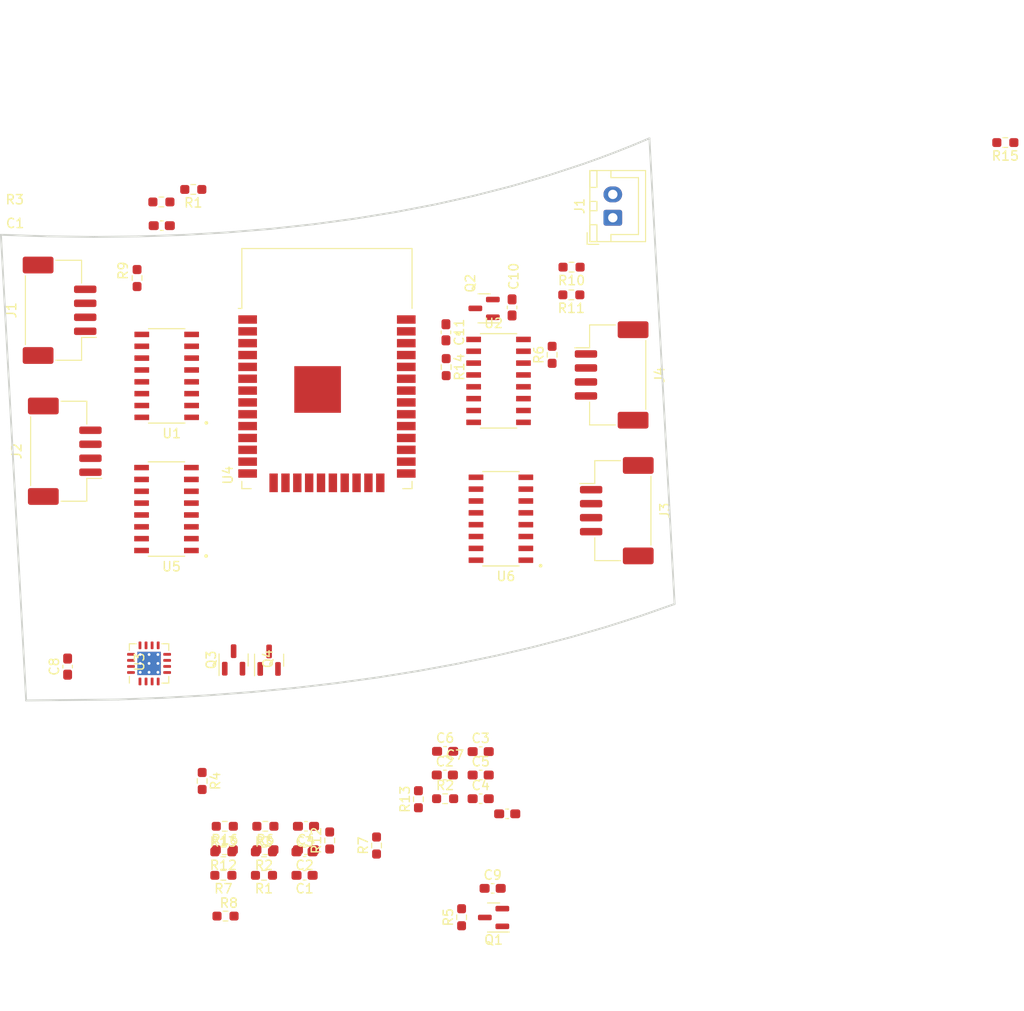
<source format=kicad_pcb>
(kicad_pcb (version 20221018) (generator pcbnew)
  (layers (0 "F.Cu" signal) (31 "B.Cu" signal) (34 "B.Paste" user) (35 "F.Paste" user) (36 "B.SilkS" user "B.Silkscreen") (37 "F.SilkS" user "F.Silkscreen") (38 "B.Mask" user) (39 "F.Mask" user) (44 "Edge.Cuts" user))
  (net 0 "")
  (net 1 "Net-(C1-Pad1)")
  (net 2 "Net-(C1-Pad2)")
  (net 3 "Net-(C3-Pad2)")
  (net 4 "BAT")
  (net 5 "Net-(C4-Pad2)")
  (net 6 "Net-(C6-Pad1)")
  (net 10 "Net-(C2-Pad1)")
  (net 11 "Net-(C3-Pad1)")
  (net 12 "/BASE")
  (net 13 "GND")
  (net 14 "/BASE1")
  (net 15 "/VSUP")
  (net 16 "Net-(J3-Pad4)")
  (net 17 "Net-(J3-Pad3)")
  (net 18 "/VFB")
  (net 19 "Net-(U5-VBG)")
  (net 20 "Net-(Q3-C)")
  (net 21 "Net-(J5-Pad4)")
  (net 22 "Net-(R12-Pad2)")
  (net 23 "Net-(R13-Pad1)")
  (net 24 "Net-(J5-Pad3)")
  (net 25 "/VFB1")
  (net 26 "/SCK")
  (net 27 "/Dout")
  (net 28 "/Dout1")
  (net 29 "Net-(U6-VBG)")
  (net 30 "Net-(Q4-C)")
  (net 31 "Net-(U1-VBG)")
  (net 32 "Net-(Q1-C)")
  (net 33 "Net-(R6-Pad2)")
  (net 34 "Net-(R7-Pad1)")
  (net 35 "Net-(U2-VBG)")
  (net 36 "Net-(Q2-C)")
  (net 37 "Net-(J1-Pin_3)")
  (net 38 "Net-(U5-INA-)")
  (net 39 "Net-(J1-Pin_4)")
  (net 40 "Net-(U5-INA+)")
  (net 41 "Net-(U1-INA-)")
  (net 42 "Net-(J2-Pin_3)")
  (net 43 "Net-(U1-INA+)")
  (net 44 "Net-(J2-Pin_4)")
  (net 45 "Net-(J3-Pin_3)")
  (net 46 "Net-(U6-INA-)")
  (net 47 "Net-(U2-INA-)")
  (net 48 "Net-(J4-Pin_3)")
  (net 49 "Net-(U2-INA+)")
  (net 50 "Net-(J4-Pin_4)")
  (net 51 "Net-(J3-Pin_4)")
  (net 52 "Net-(U6-INA+)")
  (net 65 "Net-(U3-RTRICK)")
  (net 70 "Net-(U4-GND-Pad1)")
  (net 112 "/E+")
  (footprint "Resistor_SMD:R_0603_1608Metric_Pad0.98x0.95mm_HandSolder" (layer "F.Cu") (at 193.3025 114.3552 180)
    (fp_text reference "R2" (at 0 -1.43) (layer "F.SilkS"))
    (fp_text value "R_US")
    (pad "1" smd roundrect (at -0.9125 0 180) (size 0.975 0.95) (layers "F.Cu" "F.Paste" "F.Mask") (net 39 "Net-(J1-Pin_4)"))
    (pad "2" smd roundrect (at 0.9125 0 180) (size 0.975 0.95) (layers "F.Cu" "F.Paste" "F.Mask") (net 40 "Net-(U5-INA+)"))
  )
  (footprint "Package_TO_SOT_SMD:SOT-23" (layer "F.Cu") (at 216.8906 56.0832 180)
    (fp_text reference "Q2" (at 1.4732 2.6924 90) (layer "F.SilkS"))
    (fp_text value "BC860")
    (pad "1" smd roundrect (at -0.9375 -0.95 180) (size 1.475 0.6) (layers "F.Cu" "F.Paste" "F.Mask") (net 14 "/BASE1"))
    (pad "2" smd roundrect (at -0.9375 0.95 180) (size 1.475 0.6) (layers "F.Cu" "F.Paste" "F.Mask") (net 15 "/VSUP"))
    (pad "3" smd roundrect (at 0.9375 0 180) (size 1.475 0.6) (layers "F.Cu" "F.Paste" "F.Mask") (net 36 "Net-(Q2-C)"))
  )
  (footprint "Capacitor_SMD:C_0603_1608Metric_Pad1.08x0.95mm_HandSolder" (layer "F.Cu") (at 216.5236 103.602)
    (fp_text reference "C3" (at 0 -1.43) (layer "F.SilkS"))
    (fp_text value "C_Small")
    (pad "1" smd roundrect (at -0.8625 0) (size 1.075 0.95) (layers "F.Cu" "F.Paste" "F.Mask") (net 11 "Net-(C3-Pad1)"))
    (pad "2" smd roundrect (at 0.8625 0) (size 1.075 0.95) (layers "F.Cu" "F.Paste" "F.Mask") (net 3 "Net-(C3-Pad2)"))
  )
  (footprint "Resistor_SMD:R_0603_1608Metric_Pad0.98x0.95mm_HandSolder" (layer "F.Cu") (at 226.2378 54.6354 180)
    (fp_text reference "R11" (at 0 -1.43) (layer "F.SilkS"))
    (fp_text value "R_US")
    (pad "1" smd roundrect (at -0.9125 0 180) (size 0.975 0.95) (layers "F.Cu" "F.Paste" "F.Mask") (net 50 "Net-(J4-Pin_4)"))
    (pad "2" smd roundrect (at 0.9125 0 180) (size 0.975 0.95) (layers "F.Cu" "F.Paste" "F.Mask") (net 49 "Net-(U2-INA+)"))
  )
  (footprint "Capacitor_SMD:C_0603_1608Metric_Pad1.08x0.95mm_HandSolder" (layer "F.Cu") (at 219.8878 55.9816 90)
    (fp_text reference "C10" (at 3.3274 0.1778 90) (layer "F.SilkS"))
    (fp_text value "C_Small")
    (pad "1" smd roundrect (at -0.8625 0 90) (size 1.075 0.95) (layers "F.Cu" "F.Paste" "F.Mask") (net 14 "/BASE1"))
    (pad "2" smd roundrect (at 0.8625 0 90) (size 1.075 0.95) (layers "F.Cu" "F.Paste" "F.Mask") (net 35 "Net-(U2-VBG)"))
  )
  (footprint "Resistor_SMD:R_0603_1608Metric_Pad0.98x0.95mm_HandSolder" (layer "F.Cu") (at 212.7136 108.652)
    (fp_text reference "R2" (at 0 -1.43) (layer "F.SilkS"))
    (fp_text value "R_US")
    (pad "1" smd roundrect (at -0.9125 0) (size 0.975 0.95) (layers "F.Cu" "F.Paste" "F.Mask"))
    (pad "2" smd roundrect (at 0.9125 0) (size 0.975 0.95) (layers "F.Cu" "F.Paste" "F.Mask"))
  )
  (footprint "Resistor_SMD:R_0603_1608Metric_Pad0.98x0.95mm_HandSolder" (layer "F.Cu") (at 179.705 52.832 -90)
    (fp_text reference "R9" (at -0.7874 1.4986 90) (layer "F.SilkS"))
    (fp_text value "R_US")
    (pad "1" smd roundrect (at -0.9125 0 270) (size 0.975 0.95) (layers "F.Cu" "F.Paste" "F.Mask") (net 18 "/VFB"))
    (pad "2" smd roundrect (at 0.9125 0 270) (size 0.975 0.95) (layers "F.Cu" "F.Paste" "F.Mask") (net 13 "GND"))
  )
  (footprint "Resistor_SMD:R_0603_1608Metric_Pad0.98x0.95mm_HandSolder" (layer "F.Cu") (at 189.1049 111.6076 180)
    (fp_text reference "R16" (at 0 -1.43) (layer "F.SilkS"))
    (fp_text value "R_US")
    (pad "1" smd roundrect (at -0.9125 0 180) (size 0.975 0.95) (layers "F.Cu" "F.Paste" "F.Mask") (net 18 "/VFB"))
    (pad "2" smd roundrect (at 0.9125 0 180) (size 0.975 0.95) (layers "F.Cu" "F.Paste" "F.Mask") (net 13 "GND"))
  )
  (footprint "Resistor_SMD:R_0603_1608Metric_Pad0.98x0.95mm_HandSolder" (layer "F.Cu") (at 189.183 121.2342)
    (fp_text reference "R8" (at 0.3556 -1.397) (layer "F.SilkS"))
    (fp_text value "R_US")
    (pad "1" smd roundrect (at -0.9125 0) (size 0.975 0.95) (layers "F.Cu" "F.Paste" "F.Mask") (net 32 "Net-(Q1-C)"))
    (pad "2" smd roundrect (at 0.9125 0) (size 0.975 0.95) (layers "F.Cu" "F.Paste" "F.Mask") (net 18 "/VFB"))
  )
  (footprint "Connector_JST:JST_ZE_BM04B-ZESS-TBT_1x04-1MP_P1.50mm_Vertical" (layer "F.Cu") (at 171.958 71.3994 90)
    (fp_text reference "J2" (at 0 -5.15 90) (layer "F.SilkS"))
    (fp_text value "Conn_01x04")
    (pad "1" smd roundrect (at -2.25 2.75 90) (size 0.8 2.4) (layers "F.Cu" "F.Paste" "F.Mask") (net 13 "GND"))
    (pad "2" smd roundrect (at -0.75 2.75 90) (size 0.8 2.4) (layers "F.Cu" "F.Paste" "F.Mask") (net 112 "/E+"))
    (pad "3" smd roundrect (at 0.75 2.75 90) (size 0.8 2.4) (layers "F.Cu" "F.Paste" "F.Mask") (net 42 "Net-(J2-Pin_3)"))
    (pad "4" smd roundrect (at 2.25 2.75 90) (size 0.8 2.4) (layers "F.Cu" "F.Paste" "F.Mask") (net 44 "Net-(J2-Pin_4)"))
    (pad "MP" smd roundrect (at -4.85 -2.3 90) (size 1.8 3.3) (layers "F.Cu" "F.Paste" "F.Mask") (roundrect_rratio 0.138889))
    (pad "MP" smd roundrect (at 4.85 -2.3 90) (size 1.8 3.3) (layers "F.Cu" "F.Paste" "F.Mask") (roundrect_rratio 0.138889))
  )
  (footprint "Capacitor_SMD:C_0603_1608Metric_Pad1.08x0.95mm_HandSolder" (layer "F.Cu") (at 182.3501 47.2148 180)
    (fp_text reference "C1" (at 15.713376 0.2502) (layer "F.SilkS"))
    (fp_text value "C_Small")
    (pad "1" smd roundrect (at -0.8625 0 180) (size 1.075 0.95) (layers "F.Cu" "F.Paste" "F.Mask") (net 1 "Net-(C1-Pad1)"))
    (pad "2" smd roundrect (at 0.8625 0 180) (size 1.075 0.95) (layers "F.Cu" "F.Paste" "F.Mask") (net 2 "Net-(C1-Pad2)"))
  )
  (footprint "Package_TO_SOT_SMD:SOT-23" (layer "F.Cu") (at 190.0496 93.7745 90)
    (fp_text reference "Q3" (at 0 -2.4 90) (layer "F.SilkS"))
    (fp_text value "BC860")
    (pad "1" smd roundrect (at -0.9375 -0.95 90) (size 1.475 0.6) (layers "F.Cu" "F.Paste" "F.Mask") (net 12 "/BASE"))
    (pad "2" smd roundrect (at -0.9375 0.95 90) (size 1.475 0.6) (layers "F.Cu" "F.Paste" "F.Mask") (net 15 "/VSUP"))
    (pad "3" smd roundrect (at 0.9375 0 90) (size 1.475 0.6) (layers "F.Cu" "F.Paste" "F.Mask") (net 20 "Net-(Q3-C)"))
  )
  (footprint "Capacitor_SMD:C_0603_1608Metric_Pad1.08x0.95mm_HandSolder" (layer "F.Cu") (at 219.3676 110.273)
    (fp_text reference "C7" (at -5.604666 -6.304087) (layer "F.SilkS"))
    (fp_text value "C_Small")
    (pad "1" smd roundrect (at -0.8625 0) (size 1.075 0.95) (layers "F.Cu" "F.Paste" "F.Mask") (net 11 "Net-(C3-Pad1)"))
    (pad "2" smd roundrect (at 0.8625 0) (size 1.075 0.95) (layers "F.Cu" "F.Paste" "F.Mask") (net 3 "Net-(C3-Pad2)"))
  )
  (footprint "Capacitor_SMD:C_0603_1608Metric_Pad1.08x0.95mm_HandSolder" (layer "F.Cu") (at 197.6525 114.3552 180)
    (fp_text reference "C2" (at 0 -1.43) (layer "F.SilkS"))
    (fp_text value "C_Small")
    (pad "1" smd roundrect (at -0.8625 0 180) (size 1.075 0.95) (layers "F.Cu" "F.Paste" "F.Mask") (net 20 "Net-(Q3-C)"))
    (pad "2" smd roundrect (at 0.8625 0 180) (size 1.075 0.95) (layers "F.Cu" "F.Paste" "F.Mask") (net 13 "GND"))
  )
  (footprint "Connector_JST:JST_ZE_BM04B-ZESS-TBT_1x04-1MP_P1.50mm_Vertical" (layer "F.Cu") (at 171.3992 56.2864 90)
    (fp_text reference "J1" (at 0 -5.15 90) (layer "F.SilkS"))
    (fp_text value "Conn_01x04")
    (pad "1" smd roundrect (at -2.25 2.75 90) (size 0.8 2.4) (layers "F.Cu" "F.Paste" "F.Mask") (net 13 "GND"))
    (pad "2" smd roundrect (at -0.75 2.75 90) (size 0.8 2.4) (layers "F.Cu" "F.Paste" "F.Mask") (net 112 "/E+"))
    (pad "3" smd roundrect (at 0.75 2.75 90) (size 0.8 2.4) (layers "F.Cu" "F.Paste" "F.Mask") (net 37 "Net-(J1-Pin_3)"))
    (pad "4" smd roundrect (at 2.25 2.75 90) (size 0.8 2.4) (layers "F.Cu" "F.Paste" "F.Mask") (net 39 "Net-(J1-Pin_4)"))
    (pad "MP" smd roundrect (at -4.85 -2.3 90) (size 1.8 3.3) (layers "F.Cu" "F.Paste" "F.Mask") (roundrect_rratio 0.138889))
    (pad "MP" smd roundrect (at 4.85 -2.3 90) (size 1.8 3.3) (layers "F.Cu" "F.Paste" "F.Mask") (roundrect_rratio 0.138889))
  )
  (footprint "HX711:SOP127P600X180-16N" (layer "F.Cu") (at 182.88 63.3222 180)
    (fp_text reference "U1" (at -0.535 -6.172) (layer "F.SilkS"))
    (fp_text value "HX711")
    (pad "1" smd roundrect (at -2.67 -4.445 180) (size 1.58 0.59) (layers "F.Cu" "F.Paste" "F.Mask") (roundrect_rratio 0.07) (net 15 "/VSUP"))
    (pad "2" smd roundrect (at -2.67 -3.175 180) (size 1.58 0.59) (layers "F.Cu" "F.Paste" "F.Mask") (roundrect_rratio 0.07) (net 12 "/BASE"))
    (pad "3" smd roundrect (at -2.67 -1.905 180) (size 1.58 0.59) (layers "F.Cu" "F.Paste" "F.Mask") (roundrect_rratio 0.07) (net 32 "Net-(Q1-C)"))
    (pad "4" smd roundrect (at -2.67 -0.635 180) (size 1.58 0.59) (layers "F.Cu" "F.Paste" "F.Mask") (roundrect_rratio 0.07) (net 18 "/VFB"))
    (pad "5" smd roundrect (at -2.67 0.635 180) (size 1.58 0.59) (layers "F.Cu" "F.Paste" "F.Mask") (roundrect_rratio 0.07) (net 13 "GND"))
    (pad "6" smd roundrect (at -2.67 1.905 180) (size 1.58 0.59) (layers "F.Cu" "F.Paste" "F.Mask") (roundrect_rratio 0.07) (net 31 "Net-(U1-VBG)"))
    (pad "7" smd roundrect (at -2.67 3.175 180) (size 1.58 0.59) (layers "F.Cu" "F.Paste" "F.Mask") (roundrect_rratio 0.07) (net 41 "Net-(U1-INA-)"))
    (pad "8" smd roundrect (at -2.67 4.445 180) (size 1.58 0.59) (layers "F.Cu" "F.Paste" "F.Mask") (roundrect_rratio 0.07) (net 43 "Net-(U1-INA+)"))
    (pad "9" smd roundrect (at 2.67 4.445 180) (size 1.58 0.59) (layers "F.Cu" "F.Paste" "F.Mask") (roundrect_rratio 0.07))
    (pad "10" smd roundrect (at 2.67 3.175 180) (size 1.58 0.59) (layers "F.Cu" "F.Paste" "F.Mask") (roundrect_rratio 0.07))
    (pad "11" smd roundrect (at 2.67 1.905 180) (size 1.58 0.59) (layers "F.Cu" "F.Paste" "F.Mask") (roundrect_rratio 0.07) (net 26 "/SCK"))
    (pad "12" smd roundrect (at 2.67 0.635 180) (size 1.58 0.59) (layers "F.Cu" "F.Paste" "F.Mask") (roundrect_rratio 0.07) (net 27 "/Dout"))
    (pad "13" smd roundrect (at 2.67 -0.635 180) (size 1.58 0.59) (layers "F.Cu" "F.Paste" "F.Mask") (roundrect_rratio 0.07))
    (pad "14" smd roundrect (at 2.67 -1.905 180) (size 1.58 0.59) (layers "F.Cu" "F.Paste" "F.Mask") (roundrect_rratio 0.07) (net 13 "GND"))
    (pad "15" smd roundrect (at 2.67 -3.175 180) (size 1.58 0.59) (layers "F.Cu" "F.Paste" "F.Mask") (roundrect_rratio 0.07) (net 13 "GND"))
    (pad "16" smd roundrect (at 2.67 -4.445 180) (size 1.58 0.59) (layers "F.Cu" "F.Paste" "F.Mask") (roundrect_rratio 0.07) (net 15 "/VSUP"))
  )
  (footprint "Capacitor_SMD:C_0603_1608Metric_Pad1.08x0.95mm_HandSolder" (layer "F.Cu") (at 212.8012 58.6486 -90)
    (fp_text reference "C11" (at 0 -1.43 90) (layer "F.SilkS"))
    (fp_text value "C_Small")
    (pad "1" smd roundrect (at -0.8625 0 270) (size 1.075 0.95) (layers "F.Cu" "F.Paste" "F.Mask") (net 36 "Net-(Q2-C)"))
    (pad "2" smd roundrect (at 0.8625 0 270) (size 1.075 0.95) (layers "F.Cu" "F.Paste" "F.Mask") (net 13 "GND"))
  )
  (footprint "Resistor_SMD:R_0603_1608Metric_Pad0.98x0.95mm_HandSolder" (layer "F.Cu") (at 188.9525 116.8652 180)
    (fp_text reference "R7" (at 0 -1.43) (layer "F.SilkS"))
    (fp_text value "R_US")
    (pad "1" smd roundrect (at -0.9125 0 180) (size 0.975 0.95) (layers "F.Cu" "F.Paste" "F.Mask") (net 45 "Net-(J3-Pin_3)"))
    (pad "2" smd roundrect (at 0.9125 0 180) (size 0.975 0.95) (layers "F.Cu" "F.Paste" "F.Mask") (net 46 "Net-(U6-INA-)"))
  )
  (footprint "Resistor_SMD:R_0603_1608Metric_Pad0.98x0.95mm_HandSolder" (layer "F.Cu") (at 193.3025 116.8652 180)
    (fp_text reference "R1" (at 0 -1.43) (layer "F.SilkS"))
    (fp_text value "R_US")
    (pad "1" smd roundrect (at -0.9125 0 180) (size 0.975 0.95) (layers "F.Cu" "F.Paste" "F.Mask") (net 37 "Net-(J1-Pin_3)"))
    (pad "2" smd roundrect (at 0.9125 0 180) (size 0.975 0.95) (layers "F.Cu" "F.Paste" "F.Mask") (net 38 "Net-(U5-INA-)"))
  )
  (footprint "HX711:SOP127P600X180-16N" (layer "F.Cu") (at 218.44 63.8556)
    (fp_text reference "U2" (at -0.535 -6.172) (layer "F.SilkS"))
    (fp_text value "HX711")
    (pad "1" smd roundrect (at -2.67 -4.445) (size 1.58 0.59) (layers "F.Cu" "F.Paste" "F.Mask") (roundrect_rratio 0.07) (net 15 "/VSUP"))
    (pad "2" smd roundrect (at -2.67 -3.175) (size 1.58 0.59) (layers "F.Cu" "F.Paste" "F.Mask") (roundrect_rratio 0.07) (net 14 "/BASE1"))
    (pad "3" smd roundrect (at -2.67 -1.905) (size 1.58 0.59) (layers "F.Cu" "F.Paste" "F.Mask") (roundrect_rratio 0.07) (net 36 "Net-(Q2-C)"))
    (pad "4" smd roundrect (at -2.67 -0.635) (size 1.58 0.59) (layers "F.Cu" "F.Paste" "F.Mask") (roundrect_rratio 0.07) (net 25 "/VFB1"))
    (pad "5" smd roundrect (at -2.67 0.635) (size 1.58 0.59) (layers "F.Cu" "F.Paste" "F.Mask") (roundrect_rratio 0.07) (net 13 "GND"))
    (pad "6" smd roundrect (at -2.67 1.905) (size 1.58 0.59) (layers "F.Cu" "F.Paste" "F.Mask") (roundrect_rratio 0.07) (net 35 "Net-(U2-VBG)"))
    (pad "7" smd roundrect (at -2.67 3.175) (size 1.58 0.59) (layers "F.Cu" "F.Paste" "F.Mask") (roundrect_rratio 0.07) (net 47 "Net-(U2-INA-)"))
    (pad "8" smd roundrect (at -2.67 4.445) (size 1.58 0.59) (layers "F.Cu" "F.Paste" "F.Mask") (roundrect_rratio 0.07) (net 49 "Net-(U2-INA+)"))
    (pad "9" smd roundrect (at 2.67 4.445) (size 1.58 0.59) (layers "F.Cu" "F.Paste" "F.Mask") (roundrect_rratio 0.07))
    (pad "10" smd roundrect (at 2.67 3.175) (size 1.58 0.59) (layers "F.Cu" "F.Paste" "F.Mask") (roundrect_rratio 0.07))
    (pad "11" smd roundrect (at 2.67 1.905) (size 1.58 0.59) (layers "F.Cu" "F.Paste" "F.Mask") (roundrect_rratio 0.07) (net 26 "/SCK"))
    (pad "12" smd roundrect (at 2.67 0.635) (size 1.58 0.59) (layers "F.Cu" "F.Paste" "F.Mask") (roundrect_rratio 0.07) (net 28 "/Dout1"))
    (pad "13" smd roundrect (at 2.67 -0.635) (size 1.58 0.59) (layers "F.Cu" "F.Paste" "F.Mask") (roundrect_rratio 0.07))
    (pad "14" smd roundrect (at 2.67 -1.905) (size 1.58 0.59) (layers "F.Cu" "F.Paste" "F.Mask") (roundrect_rratio 0.07) (net 13 "GND"))
    (pad "15" smd roundrect (at 2.67 -3.175) (size 1.58 0.59) (layers "F.Cu" "F.Paste" "F.Mask") (roundrect_rratio 0.07) (net 13 "GND"))
    (pad "16" smd roundrect (at 2.67 -4.445) (size 1.58 0.59) (layers "F.Cu" "F.Paste" "F.Mask") (roundrect_rratio 0.07) (net 15 "/VSUP"))
  )
  (footprint "Resistor_SMD:R_0603_1608Metric_Pad0.98x0.95mm_HandSolder" (layer "F.Cu") (at 186.6797 106.7516 -90)
    (fp_text reference "R4" (at 0 -1.43 90) (layer "F.SilkS"))
    (fp_text value "R_US")
    (pad "1" smd roundrect (at -0.9125 0 270) (size 0.975 0.95) (layers "F.Cu" "F.Paste" "F.Mask") (net 42 "Net-(J2-Pin_3)"))
    (pad "2" smd roundrect (at 0.9125 0 270) (size 0.975 0.95) (layers "F.Cu" "F.Paste" "F.Mask") (net 41 "Net-(U1-INA-)"))
  )
  (footprint "Connector_JST:JST_XH_B2B-XH-A_1x02_P2.50mm_Vertical" (layer "F.Cu") (at 230.6828 46.3658 90)
    (fp_text reference "J1" (at 1.25 -3.55 90) (layer "F.SilkS"))
    (fp_text value "Conn_01x02")
    (pad "1" thru_hole roundrect (at 0 0 90) (size 1.7 2) (drill 1) (layers "*.Cu" "*.Mask") (roundrect_rratio 0.147059))
    (pad "2" thru_hole oval (at 2.5 0 90) (size 1.7 2) (drill 1) (layers "*.Cu" "*.Mask") (net 10 "Net-(C2-Pad1)"))
  )
  (footprint "Capacitor_SMD:C_0603_1608Metric_Pad1.08x0.95mm_HandSolder" (layer "F.Cu") (at 212.7136 103.572)
    (fp_text reference "C6" (at 0 -1.43) (layer "F.SilkS"))
    (fp_text value "C_Small")
    (pad "1" smd roundrect (at -0.8625 0) (size 1.075 0.95) (layers "F.Cu" "F.Paste" "F.Mask") (net 6 "Net-(C6-Pad1)"))
    (pad "2" smd roundrect (at 0.8625 0) (size 1.075 0.95) (layers "F.Cu" "F.Paste" "F.Mask") (net 5 "Net-(C4-Pad2)"))
  )
  (footprint "Resistor_SMD:R_0603_1608Metric_Pad0.98x0.95mm_HandSolder" (layer "F.Cu") (at 226.2632 51.6636 180)
    (fp_text reference "R10" (at 0 -1.43) (layer "F.SilkS"))
    (fp_text value "R_US")
    (pad "1" smd roundrect (at -0.9125 0 180) (size 0.975 0.95) (layers "F.Cu" "F.Paste" "F.Mask") (net 48 "Net-(J4-Pin_3)"))
    (pad "2" smd roundrect (at 0.9125 0 180) (size 0.975 0.95) (layers "F.Cu" "F.Paste" "F.Mask") (net 47 "Net-(U2-INA-)"))
  )
  (footprint "Resistor_SMD:R_0603_1608Metric_Pad0.98x0.95mm_HandSolder" (layer "F.Cu") (at 182.311976 44.6748 180)
    (fp_text reference "R3" (at 15.713376 0.2502) (layer "F.SilkS"))
    (fp_text value "R_US")
    (pad "1" smd roundrect (at -0.9125 0 180) (size 0.975 0.95) (layers "F.Cu" "F.Paste" "F.Mask") (net 4 "BAT"))
    (pad "2" smd roundrect (at 0.9125 0 180) (size 0.975 0.95) (layers "F.Cu" "F.Paste" "F.Mask") (net 6 "Net-(C6-Pad1)"))
  )
  (footprint "Resistor_SMD:R_0603_1608Metric_Pad0.98x0.95mm_HandSolder" (layer "F.Cu") (at 200.345656 113.129705 90)
    (fp_text reference "R12" (at 0 -1.43 90) (layer "F.SilkS"))
    (fp_text value "R_US")
    (pad "1" smd roundrect (at -0.9125 0 90) (size 0.975 0.95) (layers "F.Cu" "F.Paste" "F.Mask") (net 21 "Net-(J5-Pad4)"))
    (pad "2" smd roundrect (at 0.9125 0 90) (size 0.975 0.95) (layers "F.Cu" "F.Paste" "F.Mask") (net 22 "Net-(R12-Pad2)"))
  )
  (footprint "Resistor_SMD:R_0603_1608Metric_Pad0.98x0.95mm_HandSolder" (layer "F.Cu") (at 193.4549 111.6076 180)
    (fp_text reference "R6" (at 0 -1.43) (layer "F.SilkS"))
    (fp_text value "R_US")
    (pad "1" smd roundrect (at -0.9125 0 180) (size 0.975 0.95) (layers "F.Cu" "F.Paste" "F.Mask") (net 18 "/VFB"))
    (pad "2" smd roundrect (at 0.9125 0 180) (size 0.975 0.95) (layers "F.Cu" "F.Paste" "F.Mask") (net 13 "GND"))
  )
  (footprint "Connector_JST:JST_ZE_BM04B-ZESS-TBT_1x04-1MP_P1.50mm_Vertical" (layer "F.Cu") (at 231.109449 77.772339 -90)
    (fp_text reference "J3" (at 0 -5.15 90) (layer "F.SilkS"))
    (fp_text value "Conn_01x04")
    (pad "1" smd roundrect (at -2.25 2.75 270) (size 0.8 2.4) (layers "F.Cu" "F.Paste" "F.Mask") (net 13 "GND"))
    (pad "2" smd roundrect (at -0.75 2.75 270) (size 0.8 2.4) (layers "F.Cu" "F.Paste" "F.Mask") (net 112 "/E+"))
    (pad "3" smd roundrect (at 0.75 2.75 270) (size 0.8 2.4) (layers "F.Cu" "F.Paste" "F.Mask") (net 45 "Net-(J3-Pin_3)"))
    (pad "4" smd roundrect (at 2.25 2.75 270) (size 0.8 2.4) (layers "F.Cu" "F.Paste" "F.Mask") (net 51 "Net-(J3-Pin_4)"))
    (pad "MP" smd roundrect (at -4.85 -2.3 270) (size 1.8 3.3) (layers "F.Cu" "F.Paste" "F.Mask") (roundrect_rratio 0.138889))
    (pad "MP" smd roundrect (at 4.85 -2.3 270) (size 1.8 3.3) (layers "F.Cu" "F.Paste" "F.Mask") (roundrect_rratio 0.138889))
  )
  (footprint "Resistor_SMD:R_0603_1608Metric_Pad0.98x0.95mm_HandSolder" (layer "F.Cu") (at 189.1049 114.1176 180)
    (fp_text reference "R13" (at 0.1524 0.8424) (layer "F.SilkS"))
    (fp_text value "R_US")
    (pad "1" smd roundrect (at -0.9125 0 180) (size 0.975 0.95) (layers "F.Cu" "F.Paste" "F.Mask") (net 30 "Net-(Q4-C)"))
    (pad "2" smd roundrect (at 0.9125 0 180) (size 0.975 0.95) (layers "F.Cu" "F.Paste" "F.Mask") (net 18 "/VFB"))
  )
  (footprint "Capacitor_SMD:C_0603_1608Metric_Pad1.08x0.95mm_HandSolder" (layer "F.Cu") (at 197.8049 114.1176 180)
    (fp_text reference "C3" (at 0.1524 0.8424) (layer "F.SilkS"))
    (fp_text value "C_Small")
    (pad "1" smd roundrect (at -0.8625 0 180) (size 1.075 0.95) (layers "F.Cu" "F.Paste" "F.Mask") (net 12 "/BASE"))
    (pad "2" smd roundrect (at 0.8625 0 180) (size 1.075 0.95) (layers "F.Cu" "F.Paste" "F.Mask") (net 29 "Net-(U6-VBG)"))
  )
  (footprint "Package_DFN_QFN:QFN-16-1EP_4x4mm_P0.65mm_EP2.5x2.5mm_ThermalVias" (layer "F.Cu") (at 180.9904 94.1478 90)
    (fp_text reference "U3" (at 0.1524 -1.0276 90) (layer "F.SilkS"))
    (fp_text value "TP5100")
    (pad "1" smd roundrect (at -1.9375 -0.975 90) (size 0.825 0.3) (layers "F.Cu" "F.Paste" "F.Mask"))
    (pad "2" smd roundrect (at -1.9375 -0.325 90) (size 0.825 0.3) (layers "F.Cu" "F.Paste" "F.Mask"))
    (pad "3" smd roundrect (at -1.9375 0.325 90) (size 0.825 0.3) (layers "F.Cu" "F.Paste" "F.Mask"))
    (pad "4" smd roundrect (at -1.9375 0.975 90) (size 0.825 0.3) (layers "F.Cu" "F.Paste" "F.Mask"))
    (pad "5" smd roundrect (at -0.975 1.9375 90) (size 0.3 0.825) (layers "F.Cu" "F.Paste" "F.Mask"))
    (pad "6" smd roundrect (at -0.325 1.9375 90) (size 0.3 0.825) (layers "F.Cu" "F.Paste" "F.Mask"))
    (pad "7" smd roundrect (at 0.325 1.9375 90) (size 0.3 0.825) (layers "F.Cu" "F.Paste" "F.Mask"))
    (pad "8" smd roundrect (at 0.975 1.9375 90) (size 0.3 0.825) (layers "F.Cu" "F.Paste" "F.Mask"))
    (pad "9" smd roundrect (at 1.9375 0.975 90) (size 0.825 0.3) (layers "F.Cu" "F.Paste" "F.Mask"))
    (pad "10" smd roundrect (at 1.9375 0.325 90) (size 0.825 0.3) (layers "F.Cu" "F.Paste" "F.Mask") (net 65 "Net-(U3-RTRICK)"))
    (pad "11" smd roundrect (at 1.9375 -0.325 90) (size 0.825 0.3) (layers "F.Cu" "F.Paste" "F.Mask"))
    (pad "12" smd roundrect (at 1.9375 -0.975 90) (size 0.825 0.3) (layers "F.Cu" "F.Paste" "F.Mask") (net 65 "Net-(U3-RTRICK)"))
    (pad "13" smd roundrect (at 0.975 -1.9375 90) (size 0.3 0.825) (layers "F.Cu" "F.Paste" "F.Mask"))
    (pad "14" smd roundrect (at 0.325 -1.9375 90) (size 0.3 0.825) (layers "F.Cu" "F.Paste" "F.Mask"))
    (pad "15" smd roundrect (at -0.325 -1.9375 90) (size 0.3 0.825) (layers "F.Cu" "F.Paste" "F.Mask"))
    (pad "16" smd roundrect (at -0.975 -1.9375 90) (size 0.3 0.825) (layers "F.Cu" "F.Paste" "F.Mask"))
    (pad "17" thru_hole circle (at -0.95 -0.95 90) (size 0.6 0.6) (drill 0.3) (layers "*.Cu"))
    (pad "17" thru_hole circle (at -0.95 0 90) (size 0.6 0.6) (drill 0.3) (layers "*.Cu"))
    (pad "17" thru_hole circle (at -0.95 0.95 90) (size 0.6 0.6) (drill 0.3) (layers "*.Cu"))
    (pad "17" thru_hole circle (at 0 -0.95 90) (size 0.6 0.6) (drill 0.3) (layers "*.Cu"))
    (pad "17" thru_hole circle (at 0 0 90) (size 0.6 0.6) (drill 0.3) (layers "*.Cu"))
    (pad "17" smd rect (at 0 0 90) (size 2.5 2.5) (layers "F.Cu" "F.Mask"))
    (pad "17" smd rect (at 0 0 90) (size 2.5 2.5) (layers "B.Cu"))
    (pad "17" thru_hole circle (at 0 0.95 90) (size 0.6 0.6) (drill 0.3) (layers "*.Cu"))
    (pad "17" thru_hole circle (at 0.95 -0.95 90) (size 0.6 0.6) (drill 0.3) (layers "*.Cu"))
    (pad "17" thru_hole circle (at 0.95 0 90) (size 0.6 0.6) (drill 0.3) (layers "*.Cu"))
    (pad "17" thru_hole circle (at 0.95 0.95 90) (size 0.6 0.6) (drill 0.3) (layers "*.Cu"))
  )
  (footprint "RF_Module:ESP32-WROOM-32" (layer "F.Cu") (at 200.0504 65.532)
    (fp_text reference "U4" (at -10.61 8.43 90) (layer "F.SilkS"))
    (fp_text value "ESP32-WROOM-32D")
    (pad "1" smd rect (at -8.5 -8.255) (size 2 0.9) (layers "F.Cu" "F.Paste" "F.Mask") (net 70 "Net-(U4-GND-Pad1)"))
    (pad "2" smd rect (at -8.5 -6.985) (size 2 0.9) (layers "F.Cu" "F.Paste" "F.Mask"))
    (pad "3" smd rect (at -8.5 -5.715) (size 2 0.9) (layers "F.Cu" "F.Paste" "F.Mask"))
    (pad "4" smd rect (at -8.5 -4.445) (size 2 0.9) (layers "F.Cu" "F.Paste" "F.Mask"))
    (pad "5" smd rect (at -8.5 -3.175) (size 2 0.9) (layers "F.Cu" "F.Paste" "F.Mask"))
    (pad "6" smd rect (at -8.5 -1.905) (size 2 0.9) (layers "F.Cu" "F.Paste" "F.Mask"))
    (pad "7" smd rect (at -8.5 -0.635) (size 2 0.9) (layers "F.Cu" "F.Paste" "F.Mask"))
    (pad "8" smd rect (at -8.5 0.635) (size 2 0.9) (layers "F.Cu" "F.Paste" "F.Mask"))
    (pad "9" smd rect (at -8.5 1.905) (size 2 0.9) (layers "F.Cu" "F.Paste" "F.Mask"))
    (pad "10" smd rect (at -8.5 3.175) (size 2 0.9) (layers "F.Cu" "F.Paste" "F.Mask"))
    (pad "11" smd rect (at -8.5 4.445) (size 2 0.9) (layers "F.Cu" "F.Paste" "F.Mask"))
    (pad "12" smd rect (at -8.5 5.715) (size 2 0.9) (layers "F.Cu" "F.Paste" "F.Mask"))
    (pad "13" smd rect (at -8.5 6.985) (size 2 0.9) (layers "F.Cu" "F.Paste" "F.Mask"))
    (pad "14" smd rect (at -8.5 8.255) (size 2 0.9) (layers "F.Cu" "F.Paste" "F.Mask"))
    (pad "15" smd rect (at -5.715 9.255 90) (size 2 0.9) (layers "F.Cu" "F.Paste" "F.Mask") (net 70 "Net-(U4-GND-Pad1)"))
    (pad "16" smd rect (at -4.445 9.255 90) (size 2 0.9) (layers "F.Cu" "F.Paste" "F.Mask"))
    (pad "17" smd rect (at -3.175 9.255 90) (size 2 0.9) (layers "F.Cu" "F.Paste" "F.Mask"))
    (pad "18" smd rect (at -1.905 9.255 90) (size 2 0.9) (layers "F.Cu" "F.Paste" "F.Mask"))
    (pad "19" smd rect (at -0.635 9.255 90) (size 2 0.9) (layers "F.Cu" "F.Paste" "F.Mask"))
    (pad "20" smd rect (at 0.635 9.255 90) (size 2 0.9) (layers "F.Cu" "F.Paste" "F.Mask"))
    (pad "21" smd rect (at 1.905 9.255 90) (size 2 0.9) (layers "F.Cu" "F.Paste" "F.Mask"))
    (pad "22" smd rect (at 3.175 9.255 90) (size 2 0.9) (layers "F.Cu" "F.Paste" "F.Mask"))
    (pad "23" smd rect (at 4.445 9.255 90) (size 2 0.9) (layers "F.Cu" "F.Paste" "F.Mask"))
    (pad "24" smd rect (at 5.715 9.255 90) (size 2 0.9) (layers "F.Cu" "F.Paste" "F.Mask"))
    (pad "25" smd rect (at 8.5 8.255) (size 2 0.9) (layers "F.Cu" "F.Paste" "F.Mask"))
    (pad "26" smd rect (at 8.5 6.985) (size 2 0.9) (layers "F.Cu" "F.Paste" "F.Mask"))
    (pad "27" smd rect (at 8.5 5.715) (size 2 0.9) (layers "F.Cu" "F.Paste" "F.Mask"))
    (pad "28" smd rect (at 8.5 4.445) (size 2 0.9) (layers "F.Cu" "F.Paste" "F.Mask"))
    (pad "29" smd rect (at 8.5 3.175) (size 2 0.9) (layers "F.Cu" "F.Paste" "F.Mask"))
    (pad "30" smd rect (at 8.5 1.905) (size 2 0.9) (layers "F.Cu" "F.Paste" "F.Mask"))
    (pad "31" smd rect (at 8.5 0.635) (size 2 0.9) (layers "F.Cu" "F.Paste" "F.Mask"))
    (pad "32" smd rect (at 8.5 -0.635) (size 2 0.9) (layers "F.Cu" "F.Paste" "F.Mask"))
    (pad "33" smd rect (at 8.5 -1.905) (size 2 0.9) (layers "F.Cu" "F.Paste" "F.Mask"))
    (pad "34" smd rect (at 8.5 -3.175) (size 2 0.9) (layers "F.Cu" "F.Paste" "F.Mask"))
    (pad "35" smd rect (at 8.5 -4.445) (size 2 0.9) (layers "F.Cu" "F.Paste" "F.Mask"))
    (pad "36" smd rect (at 8.5 -5.715) (size 2 0.9) (layers "F.Cu" "F.Paste" "F.Mask"))
    (pad "37" smd rect (at 8.5 -6.985) (size 2 0.9) (layers "F.Cu" "F.Paste" "F.Mask"))
    (pad "38" smd rect (at 8.5 -8.255) (size 2 0.9) (layers "F.Cu" "F.Paste" "F.Mask") (net 70 "Net-(U4-GND-Pad1)"))
    (pad "39" smd rect (at -1 -0.755) (size 5 5) (layers "F.Cu" "F.Paste" "F.Mask") (net 70 "Net-(U4-GND-Pad1)"))
  )
  (footprint "Capacitor_SMD:C_0603_1608Metric_Pad1.08x0.95mm_HandSolder" (layer "F.Cu") (at 216.5236 106.112)
    (fp_text reference "C5" (at 0 -1.43) (layer "F.SilkS"))
    (fp_text value "C_Small")
    (pad "1" smd roundrect (at -0.8625 0) (size 1.075 0.95) (layers "F.Cu" "F.Paste" "F.Mask") (net 11 "Net-(C3-Pad1)"))
    (pad "2" smd roundrect (at 0.8625 0) (size 1.075 0.95) (layers "F.Cu" "F.Paste" "F.Mask") (net 3 "Net-(C3-Pad2)"))
  )
  (footprint "Resistor_SMD:R_0603_1608Metric_Pad0.98x0.95mm_HandSolder" (layer "F.Cu") (at 224.1804 61.0616 90)
    (fp_text reference "R6" (at 0 -1.43 90) (layer "F.SilkS"))
    (fp_text value "R_US")
    (pad "1" smd roundrect (at -0.9125 0 90) (size 0.975 0.95) (layers "F.Cu" "F.Paste" "F.Mask") (net 16 "Net-(J3-Pad4)"))
    (pad "2" smd roundrect (at 0.9125 0 90) (size 0.975 0.95) (layers "F.Cu" "F.Paste" "F.Mask") (net 33 "Net-(R6-Pad2)"))
  )
  (footprint "Capacitor_SMD:C_0603_1608Metric_Pad1.08x0.95mm_HandSolder" (layer "F.Cu") (at 217.8069 118.2624)
    (fp_text reference "C9" (at 0 -1.43) (layer "F.SilkS"))
    (fp_text value "C_Small")
    (pad "1" smd roundrect (at -0.8625 0) (size 1.075 0.95) (layers "F.Cu" "F.Paste" "F.Mask") (net 32 "Net-(Q1-C)"))
    (pad "2" smd roundrect (at 0.8625 0) (size 1.075 0.95) (layers "F.Cu" "F.Paste" "F.Mask") (net 13 "GND"))
  )
  (footprint "Resistor_SMD:R_0603_1608Metric_Pad0.98x0.95mm_HandSolder" (layer "F.Cu") (at 212.8266 62.3824 -90)
    (fp_text reference "R14" (at 0 -1.43 90) (layer "F.SilkS"))
    (fp_text value "R_US")
    (pad "1" smd roundrect (at -0.9125 0 270) (size 0.975 0.95) (layers "F.Cu" "F.Paste" "F.Mask") (net 36 "Net-(Q2-C)"))
    (pad "2" smd roundrect (at 0.9125 0 270) (size 0.975 0.95) (layers "F.Cu" "F.Paste" "F.Mask") (net 25 "/VFB1"))
  )
  (footprint "HX711:SOP127P600X180-16N" (layer "F.Cu") (at 218.694 78.6384 180)
    (fp_text reference "U6" (at -0.535 -6.172) (layer "F.SilkS"))
    (fp_text value "HX711")
    (pad "1" smd roundrect (at -2.67 -4.445 180) (size 1.58 0.59) (layers "F.Cu" "F.Paste" "F.Mask") (roundrect_rratio 0.07) (net 15 "/VSUP"))
    (pad "2" smd roundrect (at -2.67 -3.175 180) (size 1.58 0.59) (layers "F.Cu" "F.Paste" "F.Mask") (roundrect_rratio 0.07) (net 12 "/BASE"))
    (pad "3" smd roundrect (at -2.67 -1.905 180) (size 1.58 0.59) (layers "F.Cu" "F.Paste" "F.Mask") (roundrect_rratio 0.07) (net 30 "Net-(Q4-C)"))
    (pad "4" smd roundrect (at -2.67 -0.635 180) (size 1.58 0.59) (layers "F.Cu" "F.Paste" "F.Mask") (roundrect_rratio 0.07) (net 18 "/VFB"))
    (pad "5" smd roundrect (at -2.67 0.635 180) (size 1.58 0.59) (layers "F.Cu" "F.Paste" "F.Mask") (roundrect_rratio 0.07) (net 13 "GND"))
    (pad "6" smd roundrect (at -2.67 1.905 180) (size 1.58 0.59) (layers "F.Cu" "F.Paste" "F.Mask") (roundrect_rratio 0.07) (net 29 "Net-(U6-VBG)"))
    (pad "7" smd roundrect (at -2.67 3.175 180) (size 1.58 0.59) (layers "F.Cu" "F.Paste" "F.Mask") (roundrect_rratio 0.07) (net 46 "Net-(U6-INA-)"))
    (pad "8" smd roundrect (at -2.67 4.445 180) (size 1.58 0.59) (layers "F.Cu" "F.Paste" "F.Mask") (roundrect_rratio 0.07) (net 52 "Net-(U6-INA+)"))
    (pad "9" smd roundrect (at 2.67 4.445 180) (size 1.58 0.59) (layers "F.Cu" "F.Paste" "F.Mask") (roundrect_rratio 0.07))
    (pad "10" smd roundrect (at 2.67 3.175 180) (size 1.58 0.59) (layers "F.Cu" "F.Paste" "F.Mask") (roundrect_rratio 0.07))
    (pad "11" smd roundrect (at 2.67 1.905 180) (size 1.58 0.59) (layers "F.Cu" "F.Paste" "F.Mask") (roundrect_rratio 0.07) (net 26 "/SCK"))
    (pad "12" smd roundrect (at 2.67 0.635 180) (size 1.58 0.59) (layers "F.Cu" "F.Paste" "F.Mask") (roundrect_rratio 0.07) (net 27 "/Dout"))
    (pad "13" smd roundrect (at 2.67 -0.635 180) (size 1.58 0.59) (layers "F.Cu" "F.Paste" "F.Mask") (roundrect_rratio 0.07))
    (pad "14" smd roundrect (at 2.67 -1.905 180) (size 1.58 0.59) (layers "F.Cu" "F.Paste" "F.Mask") (roundrect_rratio 0.07) (net 13 "GND"))
    (pad "15" smd roundrect (at 2.67 -3.175 180) (size 1.58 0.59) (layers "F.Cu" "F.Paste" "F.Mask") (roundrect_rratio 0.07) (net 13 "GND"))
    (pad "16" smd roundrect (at 2.67 -4.445 180) (size 1.58 0.59) (layers "F.Cu" "F.Paste" "F.Mask") (roundrect_rratio 0.07) (net 15 "/VSUP"))
  )
  (footprint "Resistor_SMD:R_0603_1608Metric_Pad0.98x0.95mm_HandSolder" (layer "F.Cu") (at 209.8521 108.7089 90)
    (fp_text reference "R13" (at 0 -1.43 90) (layer "F.SilkS"))
    (fp_text value "R_US")
    (pad "1" smd roundrect (at -0.9125 0 90) (size 0.975 0.95) (layers "F.Cu" "F.Paste" "F.Mask") (net 23 "Net-(R13-Pad1)"))
    (pad "2" smd roundrect (at 0.9125 0 90) (size 0.975 0.95) (layers "F.Cu" "F.Paste" "F.Mask") (net 24 "Net-(J5-Pad3)"))
  )
  (footprint "Resistor_SMD:R_0603_1608Metric_Pad0.98x0.95mm_HandSolder" (layer "F.Cu") (at 185.7294 43.3324 180)
    (fp_text reference "R1" (at 0 -1.43) (layer "F.SilkS"))
    (fp_text value "R_US")
    (pad "1" smd roundrect (at -0.9125 0 180) (size 0.975 0.95) (layers "F.Cu" "F.Paste" "F.Mask") (net 10 "Net-(C2-Pad1)"))
    (pad "2" smd roundrect (at 0.9125 0 180) (size 0.975 0.95) (layers "F.Cu" "F.Paste" "F.Mask") (net 1 "Net-(C1-Pad1)"))
  )
  (footprint "Capacitor_SMD:C_0603_1608Metric_Pad1.08x0.95mm_HandSolder" (layer "F.Cu") (at 197.6525 116.8652 180)
    (fp_text reference "C1" (at 0 -1.43) (layer "F.SilkS"))
    (fp_text value "C_Small")
    (pad "1" smd roundrect (at -0.8625 0 180) (size 1.075 0.95) (layers "F.Cu" "F.Paste" "F.Mask") (net 12 "/BASE"))
    (pad "2" smd roundrect (at 0.8625 0 180) (size 1.075 0.95) (layers "F.Cu" "F.Paste" "F.Mask") (net 19 "Net-(U5-VBG)"))
  )
  (footprint "Capacitor_SMD:C_0603_1608Metric_Pad1.08x0.95mm_HandSolder" (layer "F.Cu") (at 212.683266 106.109287)
    (fp_text reference "C2" (at 0 -1.43) (layer "F.SilkS"))
    (fp_text value "C_Small")
    (pad "1" smd roundrect (at -0.8625 0) (size 1.075 0.95) (layers "F.Cu" "F.Paste" "F.Mask") (net 10 "Net-(C2-Pad1)"))
    (pad "2" smd roundrect (at 0.8625 0) (size 1.075 0.95) (layers "F.Cu" "F.Paste" "F.Mask") (net 2 "Net-(C1-Pad2)"))
  )
  (footprint "Resistor_SMD:R_0603_1608Metric_Pad0.98x0.95mm_HandSolder" (layer "F.Cu") (at 205.365656 113.669705 90)
    (fp_text reference "R7" (at 0 -1.43 90) (layer "F.SilkS"))
    (fp_text value "R_US")
    (pad "1" smd roundrect (at -0.9125 0 90) (size 0.975 0.95) (layers "F.Cu" "F.Paste" "F.Mask") (net 34 "Net-(R7-Pad1)"))
    (pad "2" smd roundrect (at 0.9125 0 90) (size 0.975 0.95) (layers "F.Cu" "F.Paste" "F.Mask") (net 17 "Net-(J3-Pad3)"))
  )
  (footprint "Capacitor_SMD:C_0603_1608Metric_Pad1.08x0.95mm_HandSolder" (layer "F.Cu") (at 172.2628 94.488 90)
    (fp_text reference "C8" (at 0 -1.43 90) (layer "F.SilkS"))
    (fp_text value "C_Small")
    (pad "1" smd roundrect (at -0.8625 0 90) (size 1.075 0.95) (layers "F.Cu" "F.Paste" "F.Mask") (net 12 "/BASE"))
    (pad "2" smd roundrect (at 0.8625 0 90) (size 1.075 0.95) (layers "F.Cu" "F.Paste" "F.Mask") (net 31 "Net-(U1-VBG)"))
  )
  (footprint "Resistor_SMD:R_0603_1608Metric_Pad0.98x0.95mm_HandSolder" (layer "F.Cu") (at 193.4549 114.1176 180)
    (fp_text reference "R3" (at 0.1524 0.8424) (layer "F.SilkS"))
    (fp_text value "R_US")
    (pad "1" smd roundrect (at -0.9125 0 180) (size 0.975 0.95) (layers "F.Cu" "F.Paste" "F.Mask") (net 20 "Net-(Q3-C)"))
    (pad "2" smd roundrect (at 0.9125 0 180) (size 0.975 0.95) (layers "F.Cu" "F.Paste" "F.Mask") (net 18 "/VFB"))
  )
  (footprint "Capacitor_SMD:C_0603_1608Metric_Pad1.08x0.95mm_HandSolder" (layer "F.Cu") (at 197.8049 111.6076 180)
    (fp_text reference "C4" (at 0 -1.43) (layer "F.SilkS"))
    (fp_text value "C_Small")
    (pad "1" smd roundrect (at -0.8625 0 180) (size 1.075 0.95) (layers "F.Cu" "F.Paste" "F.Mask") (net 30 "Net-(Q4-C)"))
    (pad "2" smd roundrect (at 0.8625 0 180) (size 1.075 0.95) (layers "F.Cu" "F.Paste" "F.Mask") (net 13 "GND"))
  )
  (footprint "Package_TO_SOT_SMD:SOT-23" (layer "F.Cu") (at 193.8528 93.7999 90)
    (fp_text reference "Q4" (at 0.1524 -0.1276 90) (layer "F.SilkS"))
    (fp_text value "BC860")
    (pad "1" smd roundrect (at -0.9375 -0.95 90) (size 1.475 0.6) (layers "F.Cu" "F.Paste" "F.Mask") (net 12 "/BASE"))
    (pad "2" smd roundrect (at -0.9375 0.95 90) (size 1.475 0.6) (layers "F.Cu" "F.Paste" "F.Mask") (net 15 "/VSUP"))
    (pad "3" smd roundrect (at 0.9375 0 90) (size 1.475 0.6) (layers "F.Cu" "F.Paste" "F.Mask") (net 30 "Net-(Q4-C)"))
  )
  (footprint "Resistor_SMD:R_0603_1608Metric_Pad0.98x0.95mm_HandSolder" (layer "F.Cu") (at 272.7444 38.3078 180)
    (fp_text reference "R15" (at 0 -1.43) (layer "F.SilkS"))
    (fp_text value "R_US")
    (pad "1" smd roundrect (at -0.9125 0 180) (size 0.975 0.95) (layers "F.Cu" "F.Paste" "F.Mask") (net 25 "/VFB1"))
    (pad "2" smd roundrect (at 0.9125 0 180) (size 0.975 0.95) (layers "F.Cu" "F.Paste" "F.Mask") (net 13 "GND"))
  )
  (footprint "Connector_JST:JST_ZE_BM04B-ZESS-TBT_1x04-1MP_P1.50mm_Vertical" (layer "F.Cu") (at 230.5558 63.2206 -90)
    (fp_text reference "J4" (at 0 -5.15 90) (layer "F.SilkS"))
    (fp_text value "Conn_01x04")
    (pad "1" smd roundrect (at -2.25 2.75 270) (size 0.8 2.4) (layers "F.Cu" "F.Paste" "F.Mask") (net 13 "GND"))
    (pad "2" smd roundrect (at -0.75 2.75 270) (size 0.8 2.4) (layers "F.Cu" "F.Paste" "F.Mask") (net 112 "/E+"))
    (pad "3" smd roundrect (at 0.75 2.75 270) (size 0.8 2.4) (layers "F.Cu" "F.Paste" "F.Mask") (net 48 "Net-(J4-Pin_3)"))
    (pad "4" smd roundrect (at 2.25 2.75 270) (size 0.8 2.4) (layers "F.Cu" "F.Paste" "F.Mask") (net 50 "Net-(J4-Pin_4)"))
    (pad "MP" smd roundrect (at -4.85 -2.3 270) (size 1.8 3.3) (layers "F.Cu" "F.Paste" "F.Mask") (roundrect_rratio 0.138889))
    (pad "MP" smd roundrect (at 4.85 -2.3 270) (size 1.8 3.3) (layers "F.Cu" "F.Paste" "F.Mask") (roundrect_rratio 0.138889))
  )
  (footprint "Package_TO_SOT_SMD:SOT-23" (layer "F.Cu") (at 217.9085 121.3866 180)
    (fp_text reference "Q1" (at 0 -2.4) (layer "F.SilkS"))
    (fp_text value "BC860")
    (pad "1" smd roundrect (at -0.9375 -0.95 180) (size 1.475 0.6) (layers "F.Cu" "F.Paste" "F.Mask") (net 12 "/BASE"))
    (pad "2" smd roundrect (at -0.9375 0.95 180) (size 1.475 0.6) (layers "F.Cu" "F.Paste" "F.Mask") (net 15 "/VSUP"))
    (pad "3" smd roundrect (at 0.9375 0 180) (size 1.475 0.6) (layers "F.Cu" "F.Paste" "F.Mask") (net 32 "Net-(Q1-C)"))
  )
  (footprint "HX711:SOP127P600X180-16N" (layer "F.Cu") (at 182.8546 77.597 180)
    (fp_text reference "U5" (at -0.535 -6.172) (layer "F.SilkS"))
    (fp_text value "HX711")
    (pad "1" smd roundrect (at -2.67 -4.445 180) (size 1.58 0.59) (layers "F.Cu" "F.Paste" "F.Mask") (roundrect_rratio 0.07) (net 15 "/VSUP"))
    (pad "2" smd roundrect (at -2.67 -3.175 180) (size 1.58 0.59) (layers "F.Cu" "F.Paste" "F.Mask") (roundrect_rratio 0.07) (net 12 "/BASE"))
    (pad "3" smd roundrect (at -2.67 -1.905 180) (size 1.58 0.59) (layers "F.Cu" "F.Paste" "F.Mask") (roundrect_rratio 0.07) (net 20 "Net-(Q3-C)"))
    (pad "4" smd roundrect (at -2.67 -0.635 180) (size 1.58 0.59) (layers "F.Cu" "F.Paste" "F.Mask") (roundrect_rratio 0.07) (net 18 "/VFB"))
    (pad "5" smd roundrect (at -2.67 0.635 180) (size 1.58 0.59) (layers "F.Cu" "F.Paste" "F.Mask") (roundrect_rratio 0.07) (net 13 "GND"))
    (pad "6" smd roundrect (at -2.67 1.905 180) (size 1.58 0.59) (layers "F.Cu" "F.Paste" "F.Mask") (roundrect_rratio 0.07) (net 19 "Net-(U5-VBG)"))
    (pad "7" smd roundrect (at -2.67 3.175 180) (size 1.58 0.59) (layers "F.Cu" "F.Paste" "F.Mask") (roundrect_rratio 0.07) (net 38 "Net-(U5-INA-)"))
    (pad "8" smd roundrect (at -2.67 4.445 180) (size 1.58 0.59) (layers "F.Cu" "F.Paste" "F.Mask") (roundrect_rratio 0.07) (net 40 "Net-(U5-INA+)"))
    (pad "9" smd roundrect (at 2.67 4.445 180) (size 1.58 0.59) (layers "F.Cu" "F.Paste" "F.Mask") (roundrect_rratio 0.07))
    (pad "10" smd roundrect (at 2.67 3.175 180) (size 1.58 0.59) (layers "F.Cu" "F.Paste" "F.Mask") (roundrect_rratio 0.07))
    (pad "11" smd roundrect (at 2.67 1.905 180) (size 1.58 0.59) (layers "F.Cu" "F.Paste" "F.Mask") (roundrect_rratio 0.07) (net 26 "/SCK"))
    (pad "12" smd roundrect (at 2.67 0.635 180) (size 1.58 0.59) (layers "F.Cu" "F.Paste" "F.Mask") (roundrect_rratio 0.07) (net 27 "/Dout"))
    (pad "13" smd roundrect (at 2.67 -0.635 180) (size 1.58 0.59) (layers "F.Cu" "F.Paste" "F.Mask") (roundrect_rratio 0.07))
    (pad "14" smd roundrect (at 2.67 -1.905 180) (size 1.58 0.59) (layers "F.Cu" "F.Paste" "F.Mask") (roundrect_rratio 0.07) (net 13 "GND"))
    (pad "15" smd roundrect (at 2.67 -3.175 180) (size 1.58 0.59) (layers "F.Cu" "F.Paste" "F.Mask") (roundrect_rratio 0.07) (net 13 "GND"))
    (pad "16" smd roundrect (at 2.67 -4.445 180) (size 1.58 0.59) (layers "F.Cu" "F.Paste" "F.Mask") (roundrect_rratio 0.07) (net 15 "/VSUP"))
  )
  (footprint "Capacitor_SMD:C_0603_1608Metric_Pad1.08x0.95mm_HandSolder" (layer "F.Cu") (at 216.5236 108.652)
    (fp_text reference "C4" (at 0 -1.43) (layer "F.SilkS"))
    (fp_text value "C_Small")
    (pad "1" smd roundrect (at -0.8625 0) (size 1.075 0.95) (layers "F.Cu" "F.Paste" "F.Mask") (net 4 "BAT"))
    (pad "2" smd roundrect (at 0.8625 0) (size 1.075 0.95) (layers "F.Cu" "F.Paste" "F.Mask") (net 5 "Net-(C4-Pad2)"))
  )
  (footprint "Resistor_SMD:R_0603_1608Metric_Pad0.98x0.95mm_HandSolder" (layer "F.Cu") (at 214.4795 121.3612 90)
    (fp_text reference "R5" (at 0 -1.43 90) (layer "F.SilkS"))
    (fp_text value "R_US")
    (pad "1" smd roundrect (at -0.9125 0 90) (size 0.975 0.95) (layers "F.Cu" "F.Paste" "F.Mask") (net 44 "Net-(J2-Pin_4)"))
    (pad "2" smd roundrect (at 0.9125 0 90) (size 0.975 0.95) (layers "F.Cu" "F.Paste" "F.Mask") (net 43 "Net-(U1-INA+)"))
  )
  (footprint "Resistor_SMD:R_0603_1608Metric_Pad0.98x0.95mm_HandSolder" (layer "F.Cu") (at 188.9525 114.3552 180)
    (fp_text reference "R12" (at 0 -1.43) (layer "F.SilkS"))
    (fp_text value "R_US")
    (pad "1" smd roundrect (at -0.9125 0 180) (size 0.975 0.95) (layers "F.Cu" "F.Paste" "F.Mask") (net 51 "Net-(J3-Pin_4)"))
    (pad "2" smd roundrect (at 0.9125 0 180) (size 0.975 0.95) (layers "F.Cu" "F.Paste" "F.Mask") (net 52 "Net-(U6-INA+)"))
  )
  (gr_line (start 211.70226 44.929274) (end 207.448832 45.74909) (stroke (width 0.2)) (layer "Edge.Cuts"))
  (gr_line (start 198.62134 47.063315) (end 194.060953 47.555689) (stroke (width 0.2)) (layer "Edge.Cuts"))
  (gr_line (start 182.529485 97.836675) (end 187.28999 97.570666) (stroke (width 0.2)) (layer "Edge.Cuts"))
  (gr_line (start 218.214729 93.311684) (end 222.248599 92.366073) (stroke (width 0.2)) (layer "Edge.Cuts"))
  (gr_line (start 177.694588 98.016763) (end 182.529485 97.836675) (stroke (width 0.2)) (layer "Edge.Cuts"))
  (gr_line (start 229.998096 90.229883) (end 233.708589 89.04157) (stroke (width 0.2)) (layer "Edge.Cuts"))
  (gr_line (start 179.88117 48.36881) (end 175.014067 48.419113) (stroke (width 0.2)) (layer "Edge.Cuts"))
  (gr_line (start 227.504273 40.604438) (end 223.746579 41.838184) (stroke (width 0.2)) (layer "Edge.Cuts"))
  (gr_line (start 223.746579 41.838184) (end 219.856874 42.971823) (stroke (width 0.2)) (layer "Edge.Cuts"))
  (gr_line (start 194.060953 47.555689) (end 189.412416 47.937447) (stroke (width 0.2)) (layer "Edge.Cuts"))
  (gr_line (start 234.605526 37.847821) (end 232.883263 38.57217) (stroke (width 0.2)) (layer "Edge.Cuts"))
  (gr_line (start 165.116867 48.193204) (end 167.8178 98.1202) (stroke (width 0.2)) (layer "Edge.Cuts"))
  (gr_line (start 205.511078 95.647541) (end 209.842892 94.95318) (stroke (width 0.2)) (layer "Edge.Cuts"))
  (gr_line (start 222.248599 92.366073) (end 226.177274 91.338448) (stroke (width 0.2)) (layer "Edge.Cuts"))
  (gr_line (start 167.8178 98.1202) (end 177.694588 98.016763) (stroke (width 0.2)) (layer "Edge.Cuts"))
  (gr_line (start 209.842892 94.95318) (end 214.078494 94.174328) (stroke (width 0.2)) (layer "Edge.Cuts"))
  (gr_line (start 187.28999 97.570666) (end 191.97217 97.218642) (stroke (width 0.2)) (layer "Edge.Cuts"))
  (gr_line (start 233.708589 89.04157) (end 237.306458 87.774817) (stroke (width 0.2)) (layer "Edge.Cuts"))
  (gr_line (start 184.683247 48.208428) (end 179.88117 48.36881) (stroke (width 0.2)) (layer "Edge.Cuts"))
  (gr_line (start 196.572198 96.780643) (end 201.086363 96.256841) (stroke (width 0.2)) (layer "Edge.Cuts"))
  (gr_line (start 170.08994 48.360187) (end 165.116867 48.193204) (stroke (width 0.2)) (layer "Edge.Cuts"))
  (gr_line (start 203.086298 46.460833) (end 198.62134 47.063315) (stroke (width 0.2)) (layer "Edge.Cuts"))
  (gr_line (start 191.97217 97.218642) (end 196.572198 96.780643) (stroke (width 0.2)) (layer "Edge.Cuts"))
  (gr_line (start 229.332146 39.950869) (end 227.504273 40.604438) (stroke (width 0.2)) (layer "Edge.Cuts"))
  (gr_line (start 175.014067 48.419113) (end 170.08994 48.360187) (stroke (width 0.2)) (layer "Edge.Cuts"))
  (gr_line (start 201.086363 96.256841) (end 205.511078 95.647541) (stroke (width 0.2)) (layer "Edge.Cuts"))
  (gr_line (start 214.078494 94.174328) (end 218.214729 93.311684) (stroke (width 0.2)) (layer "Edge.Cuts"))
  (gr_line (start 237.306458 87.774817) (end 234.605526 37.847821) (stroke (width 0.2)) (layer "Edge.Cuts"))
  (gr_line (start 215.840256 44.002904) (end 211.70226 44.929274) (stroke (width 0.2)) (layer "Edge.Cuts"))
  (gr_line (start 232.883263 38.57217) (end 231.125311 39.273319) (stroke (width 0.2)) (layer "Edge.Cuts"))
  (gr_line (start 189.412416 47.937447) (end 184.683247 48.208428) (stroke (width 0.2)) (layer "Edge.Cuts"))
  (gr_line (start 207.448832 45.74909) (end 203.086298 46.460833) (stroke (width 0.2)) (layer "Edge.Cuts"))
  (gr_line (start 231.125311 39.273319) (end 229.332146 39.950869) (stroke (width 0.2)) (layer "Edge.Cuts"))
  (gr_line (start 219.856874 42.971823) (end 215.840256 44.002904) (stroke (width 0.2)) (layer "Edge.Cuts"))
  (gr_line (start 226.177274 91.338448) (end 229.998096 90.229883) (stroke (width 0.2)) (layer "Edge.Cuts"))
)
</source>
